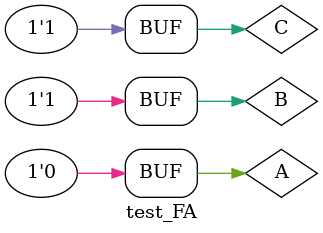
<source format=v>
`timescale 1ns / 1ps


module test_FA;

	// Inputs
	reg A;
	reg B;
	reg C;

	// Outputs
	wire Sum;
	wire Carry;

	// Instantiate the Unit Under Test (UUT)
	FA uut (
		.A(A), 
		.B(B), 
		.C(C), 
		.Sum(Sum), 
		.Carry(Carry)
	);

	initial begin
		// Initialize Inputs
		A = 0;
		B = 0;
		C = 0;

		// Wait 100 ns for global reset to finish
		#100;
		
		A = 1;
		B = 1;
		C = 1;
		
		#100;
		
		A = 1;
		B = 0;
		C = 0;
		
		#100;
		
		A = 0;
		B = 1;
		C = 1;
        
		// Add stimulus here

	end
      
endmodule


</source>
